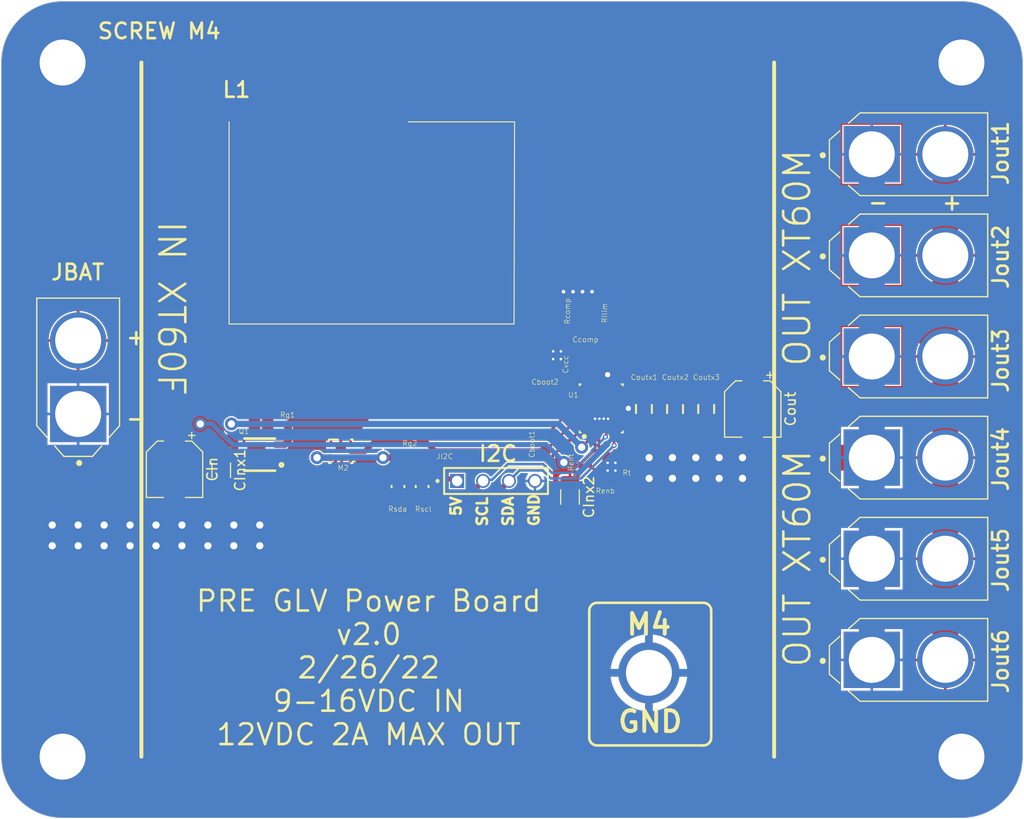
<source format=kicad_pcb>
(kicad_pcb (version 20211014) (generator pcbnew)
  (layers (0 "F.Cu" signal "Top Layer") (31 "B.Cu" signal "Bottom Layer") (34 "B.Paste" user "Bottom Paste") (35 "F.Paste" user "Top Paste") (36 "B.SilkS" user "Bottom Overlay") (37 "F.SilkS" user "Top Overlay") (38 "B.Mask" user "Bottom Solder") (39 "F.Mask" user "Top Solder") (44 "Edge.Cuts" user))
  (net 0 "")
  (net 1 "NetQ1_4")
  (net 2 "NetRilim_1")
  (net 3 "NetRg2_2")
  (net 4 "NetRg1_2")
  (net 5 "VCC")
  (net 6 "NetRt_2")
  (net 7 "NetRenb_2")
  (net 8 "NetM2_3")
  (net 9 "NetJI2C_03")
  (net 10 "NetJI2C_02")
  (net 11 "NetJI2C_01")
  (net 12 "NetCvcc_2")
  (net 13 "NetCout_1")
  (net 14 "NetCcomp_2")
  (net 15 "NetCcomp_1")
  (net 16 "NetCboot2_2")
  (net 17 "NetCboot2_1")
  (net 18 "NetCboot1_2")
  (net 19 "NetCboot1_1")
  (net 20 "GND")
  (footprint "TSW-104-26-F-S.PcbLib:SAMTEC_TSW-104-26-F-S" (layer "F.Cu") (at 143.129074 111.9936)
    (fp_text reference "JI2C")
    (fp_text value "TSW-104-26-F-S" hide)
  )
  (footprint "XT60-M.IntLib:AMASS_XT60-M" (layer "F.Cu") (at 187.325074 109.7076)
    (fp_text reference "Jout4")
    (fp_text value "XT60-M" hide)
  )
  (footprint "" (layer "F.Cu") (at 104.5011 71.0036)
    (fp_text reference "")
    (fp_text value "")
  )
  (footprint "SamacSys.PcbLib:RESC1608X55N" (layer "F.Cu") (at 138.415073 109.7076)
    (fp_text reference "Rg2")
    (fp_text value "RC0603FR-071RL" hide)
  )
  (footprint "SamacSys.PcbLib:PQ2614BLA100K" (layer "F.Cu") (at 134.777074 88.9436)
    (fp_text reference "L1")
    (fp_text value "PQ2614BLA-100K" hide)
  )
  (footprint "Capacitor_SMD:CP_Elec_5x5.9" (layer "F.Cu") (at 172.070426 104.9456 -90)
    (fp_text reference "Cout")
    (fp_text value "20SVF56M")
  )
  (footprint "Vault:FP-C2012-125-IPC_A" (layer "F.Cu") (at 164.465074 104.9526 -90)
    (fp_text reference "Coutx2")
    (fp_text value "C2012X7S1E106K125AC" hide)
  )
  (footprint "TPS55288QRPMRQ1.PcbLib:RPM0026A-MFG" (layer "F.Cu") (at 157.239574 104.888161 90)
    (fp_text reference "U1")
    (fp_text value "TPS55288QRPMRQ1" hide)
  )
  (footprint "XT60-M.IntLib:AMASS_XT60-M" (layer "F.Cu") (at 187.325074 79.9896)
    (fp_text reference "Jout1")
    (fp_text value "XT60-M" hide)
  )
  (footprint "XT60-M.IntLib:AMASS_XT60-M" (layer "F.Cu") (at 187.325074 99.8016)
    (fp_text reference "Jout3")
    (fp_text value "XT60-M" hide)
  )
  (footprint "XT60-M.IntLib:AMASS_XT60-M" (layer "F.Cu") (at 187.325074 119.6136)
    (fp_text reference "Jout5")
    (fp_text value "XT60-M" hide)
  )
  (footprint "Vault:RESC1005X40X25LL05T05" (layer "F.Cu") (at 155.067074 95.4836 -90)
    (fp_text reference "Rcomp")
    (fp_text value "CRCW040247K5FKTD" hide)
  )
  (footprint "" (layer "F.Cu") (at 104.5011 139.003602)
    (fp_text reference "")
    (fp_text value "")
  )
  (footprint "CSD16301Q2.PcbLib:DQK0006C" (layer "F.Cu") (at 131.740072 109.0876)
    (fp_text reference "M2")
    (fp_text value "CSD16301Q2" hide)
  )
  (footprint "Vault:FP-CRCW0805-e3-IPC_B" (layer "F.Cu") (at 137.338235 112.540962 -90)
    (fp_text reference "Rsda")
    (fp_text value "CRCW08054K70FKEA" hide)
  )
  (footprint "Vault:CAPC1005X55X25LL05T10" (layer "F.Cu") (at 155.575074 97.5156)
    (fp_text reference "Ccomp")
    (fp_text value "GRM155R71C472KA01D" hide)
  )
  (footprint "" (layer "F.Cu") (at 192.501099 139.003602)
    (fp_text reference "")
    (fp_text value "")
  )
  (footprint "SamacSys.PcbLib:Q3A" (layer "F.Cu") (at 123.799075 109.4126 180)
    (fp_text reference "Q1")
    (fp_text value "CSD17577Q3A" hide)
  )
  (footprint "XT60-M.IntLib:AMASS_XT60-M" (layer "F.Cu") (at 106.027086 101.8336 90)
    (fp_text reference "JBAT")
    (fp_text value "XT60-M" hide)
  )
  (footprint "CRCW0402634KFKED.PcbLib:RESC1005X40N" (layer "F.Cu") (at 155.639075 110.4066 180)
    (fp_text reference "Rent")
    (fp_text value "CRCW0402634KFKED" hide)
  )
  (footprint "" (layer "F.Cu") (at 192.501099 71.0036)
    (fp_text reference "")
    (fp_text value "")
  )
  (footprint "CRCW040221K0FKED.PcbLib:RESC1005X40N" (layer "F.Cu") (at 156.591074 95.4836 90)
    (fp_text reference "Rilim")
    (fp_text value "RMCF0402FT21K0" hide)
  )
  (footprint "Vault:RESC1005X40X25ML05T05" (layer "F.Cu") (at 159.639074 109.7076 90)
    (fp_text reference "Rt")
    (fp_text value "CRCW040266K5FKED" hide)
  )
  (footprint "Vault:FP-C2012-125-IPC_A" (layer "F.Cu") (at 161.417074 104.9456 -90)
    (fp_text reference "Coutx1")
    (fp_text value "C2012X7S1E106K125AC" hide)
  )
  (footprint "Capacitor_SMD:C_1206_3216Metric" (layer "F.Cu") (at 120.032816 110.9386 -90)
    (fp_text reference "CInx1")
    (fp_text value "GRM31CR71E475KA88L")
  )
  (footprint "XT60-M.IntLib:AMASS_XT60-M" (layer "F.Cu") (at 187.325074 129.5196)
    (fp_text reference "Jout6")
    (fp_text value "XT60-M" hide)
  )
  (footprint "Capacitor_SMD:C_1206_3216Metric" (layer "F.Cu") (at 154.178074 113.560854 -90)
    (fp_text reference "CInx2")
    (fp_text value "GRM31CR71E475KA88L")
  )
  (footprint "XT60-M.IntLib:AMASS_XT60-M" (layer "F.Cu") (at 187.325074 89.8956)
    (fp_text reference "Jout2")
    (fp_text value "XT60-M" hide)
  )
  (footprint "Vault:FP-CRCW0805-e3-IPC_B" (layer "F.Cu") (at 139.700709 112.540962 -90)
    (fp_text reference "Rscl")
    (fp_text value "CRCW08054K70FKEA" hide)
  )
  (footprint "" (layer "F.Cu") (at 161.907086 130.7896)
    (fp_text reference "")
    (fp_text value "")
  )
  (footprint "C1608X6S1C475K080AC.PcbLib:CAPC1608X90N" (layer "F.Cu") (at 154.813074 100.5636 -90)
    (fp_text reference "Cvcc")
    (fp_text value "C1608X6S1C475K080AC" hide)
  )
  (footprint "EMK107B7104KA-T.PcbLib:CAPC1608X90N" (layer "F.Cu") (at 151.765074 108.3106 90)
    (fp_text reference "Cboot1")
    (fp_text value "EMK107B7104KA-T" hide)
  )
  (footprint "Vault:RESC1005X40X25ML05T05" (layer "F.Cu") (at 157.480074 111.9936 180)
    (fp_text reference "Renb")
    (fp_text value "CRCW0402100KFKTD" hide)
  )
  (footprint "Capacitor_SMD:CP_Elec_5x5.9" (layer "F.Cu") (at 115.460816 110.8506 -90)
    (fp_text reference "CIn")
    (fp_text value "20SVF56M")
  )
  (footprint "Vault:FP-C2012-125-IPC_A" (layer "F.Cu") (at 167.513074 104.9456 -90)
    (fp_text reference "Coutx3")
    (fp_text value "C2012X7S1E106K125AC" hide)
  )
  (footprint "EMK107B7104KA-T.PcbLib:CAPC1608X90N" (layer "F.Cu") (at 151.765074 101.3256 180)
    (fp_text reference "Cboot2")
    (fp_text value "EMK107B7104KA-T" hide)
  )
  (footprint "SamacSys.PcbLib:RESC1608X55N" (layer "F.Cu") (at 123.937073 106.4056 180)
    (fp_text reference "Rg1")
    (fp_text value "RC0603FR-071RL" hide)
  )
  (gr_poly (pts (xy 158.838573 102.73816) (xy 158.788576 102.68816) (xy 158.663575 102.68816) (xy 158.613572 102.73816) (xy 158.613575 103.338161) (xy 158.663575 103.388161) (xy 159.138575 103.388161) (xy 159.188575 103.338161) (xy 159.188575 103.088162) (xy 159.138575 103.038162) (xy 158.838576 103.038162)) (layer "F.Cu") (width 0) (fill solid))
  (gr_poly (pts (xy 155.814573 102.688163) (xy 155.814573 102.68816) (xy 155.689575 102.68816) (xy 155.639575 102.73816) (xy 155.639575 103.063161) (xy 155.339576 103.063161) (xy 155.289573 103.113161) (xy 155.289576 103.41316) (xy 155.339576 103.463162) (xy 155.814573 103.46316) (xy 155.864576 103.41316) (xy 155.864576 102.73816)) (layer "F.Cu") (width 0) (fill solid))
  (gr_poly (pts (xy 158.838573 107.038162) (xy 158.788576 107.088161) (xy 158.663575 107.088161) (xy 158.613575 107.038162) (xy 158.613575 106.43816) (xy 158.663575 106.38816) (xy 159.138575 106.38816) (xy 159.188575 106.43816) (xy 159.188575 106.68816) (xy 159.138575 106.73816) (xy 158.838576 106.73816)) (layer "F.Cu") (width 0) (fill solid))
  (gr_poly (pts (xy 155.864573 107.038162) (xy 155.814573 107.088161) (xy 155.689575 107.088161) (xy 155.639575 107.038162) (xy 155.639575 106.713161) (xy 155.339576 106.713161) (xy 155.289573 106.663161) (xy 155.289576 106.363162) (xy 155.339576 106.313162) (xy 155.814573 106.313162) (xy 155.864573 106.363162)) (layer "F.Cu") (width 0) (fill solid))
  (gr_arc (start 167.241086 123.9316) (mid 167.779901 124.154785) (end 168.003086 124.6936) (layer "F.SilkS") (width 0.254))
  (gr_line (start 174.165682 71.0036) (end 174.165687 139.003602) (layer "F.SilkS") (width 0.381))
  (gr_arc (start 156.065086 124.6936) (mid 156.288271 124.154785) (end 156.827086 123.9316) (layer "F.SilkS") (width 0.254))
  (gr_line (start 156.827086 123.9316) (end 167.241086 123.9316) (layer "F.SilkS") (width 0.254))
  (gr_line (start 112.218232 139.003602) (end 112.218237 71.0036) (layer "F.SilkS") (width 0.381))
  (gr_arc (start 168.003086 137.1396) (mid 167.779901 137.678415) (end 167.241086 137.9016) (layer "F.SilkS") (width 0.254))
  (gr_arc (start 156.827086 137.9016) (mid 156.288271 137.678415) (end 156.065086 137.1396) (layer "F.SilkS") (width 0.254))
  (gr_line (start 156.065086 137.1396) (end 156.065086 124.6936) (layer "F.SilkS") (width 0.254))
  (gr_line (start 168.003086 137.1396) (end 168.003086 124.6936) (layer "F.SilkS") (width 0.254))
  (gr_line (start 156.827086 137.9016) (end 167.241086 137.9016) (layer "F.SilkS") (width 0.254))
  (gr_line (start 198.501099 71.0036) (end 198.5011 71.0036) (layer "Edge.Cuts") (width 0.05))
  (gr_arc (start 104.5011 145.0036) (mid 100.258459 143.246241) (end 98.5011 139.0036) (layer "Edge.Cuts") (width 0.05))
  (gr_line (start 192.501099 145.0036) (end 104.5011 145.0036) (layer "Edge.Cuts") (width 0.05))
  (gr_line (start 98.5011 139.0036) (end 98.501099 139.0036) (layer "Edge.Cuts") (width 0.05))
  (gr_arc (start 192.501099 65.0036) (mid 196.74374 66.760959) (end 198.501099 71.0036) (layer "Edge.Cuts") (width 0.05))
  (gr_line (start 98.501099 139.0036) (end 98.5011 71.0036) (layer "Edge.Cuts") (width 0.05))
  (gr_arc (start 98.5011 71.0036) (mid 100.258459 66.760959) (end 104.5011 65.0036) (layer "Edge.Cuts") (width 0.05))
  (gr_arc (start 198.501099 139.0036) (mid 196.74374 143.246241) (end 192.501099 145.0036) (layer "Edge.Cuts") (width 0.05))
  (gr_line (start 198.5011 71.0036) (end 198.501099 139.0036) (layer "Edge.Cuts") (width 0.05))
  (gr_line (start 104.5011 65.0036) (end 192.501099 65.0036) (layer "Edge.Cuts") (width 0.05))
  (gr_text "-" (at 183.243086 85.577354) (layer "F.SilkS") (effects (font (size 1.524 1.524) (thickness 0.254)) (justify left bottom)))
  (gr_text "I2C" (at 145.111074 110.2196) (layer "F.SilkS") (effects (font (size 1.524 1.524) (thickness 0.254)) (justify left bottom)))
  (gr_text "-" (at 110.599086 106.743928) (layer "F.SilkS") (effects (font (size 1.524 1.524) (thickness 0.254)) (justify left bottom)))
  (gr_text "IN XT60F" (at 113.647086 86.3396 270) (layer "F.SilkS") (effects (font (size 2.54 2.54) (thickness 0.254)) (justify left bottom)))
  (gr_text "5V" (at 143.619086 115.5496 90) (layer "F.SilkS") (effects (font (size 1.016 1.016) (thickness 0.254)) (justify left bottom)))
  (gr_text "SCL" (at 146.186325 116.5656 90) (layer "F.SilkS") (effects (font (size 1.016 1.016) (thickness 0.254)) (justify left bottom)))
  (gr_text "SCREW M4" (at 107.805086 68.8136) (layer "F.SilkS") (effects (font (size 1.524 1.524) (thickness 0.254)) (justify left bottom)))
  (gr_text "+" (at 110.599086 98.78209) (layer "F.SilkS") (effects (font (size 1.524 1.524) (thickness 0.254)) (justify left bottom)))
  (gr_text "PRE GLV Power Board\nv2.0\n2/26/22\n9-16VDC IN\n12VDC 2A MAX OUT" (at 134.475086 138.0286) (layer "F.SilkS") (effects (font (size 2.032 2.032) (thickness 0.254)) (justify bottom)))
  (gr_text "OUT XT60M" (at 177.927074 130.4116 90) (layer "F.SilkS") (effects (font (size 2.54 2.54) (thickness 0.254)) (justify left bottom)))
  (gr_text "SDA" (at 148.711735 116.565597 90) (layer "F.SilkS") (effects (font (size 1.016 1.016) (thickness 0.254)) (justify left bottom)))
  (gr_text "M4" (at 161.907086 127.2336) (layer "F.SilkS") (effects (font (size 2.032 2.032) (thickness 0.381)) (justify bottom)))
  (gr_text "OUT XT60M" (at 177.909086 100.9476 90) (layer "F.SilkS") (effects (font (size 2.54 2.54) (thickness 0.254)) (justify left bottom)))
  (gr_text "GND" (at 162.034086 136.7586) (layer "F.SilkS") (effects (font (size 2.032 2.032) (thickness 0.381)) (justify bottom)))
  (gr_text "GND" (at 151.24646 116.565597 90) (layer "F.SilkS") (effects (font (size 1.016 1.016) (thickness 0.254)) (justify left bottom)))
  (gr_text "+" (at 190.473762 85.59552) (layer "F.SilkS") (effects (font (size 1.524 1.524) (thickness 0.254)) (justify left bottom)))
  (segment (start 124.587074 106.4056) (end 126.247099 106.4056) (width 0.635) (layer "F.Cu") (net 1))
  (segment (start 126.247099 106.4056) (end 126.619074 106.777575) (width 0.635) (layer "F.Cu") (net 1))
  (segment (start 125.349074 108.4376) (end 126.247099 108.4376) (width 0.635) (layer "F.Cu") (net 1))
  (segment (start 126.619074 108.065625) (end 126.619074 106.777575) (width 0.635) (layer "F.Cu") (net 1))
  (segment (start 126.247099 108.4376) (end 126.619074 108.065625) (width 0.635) (layer "F.Cu") (net 1))
  (segment (start 156.739575 103.050661) (end 156.739575 96.0566) (width 0.254) (layer "F.Cu") (net 2))
  (segment (start 156.591074 95.9286) (end 156.611575 95.9286) (width 0.254) (layer "F.Cu") (net 2))
  (segment (start 156.611575 95.9286) (end 156.739575 96.0566) (width 0.254) (layer "F.Cu") (net 2))
  (segment (start 139.827074 109.7076) (end 139.897074 109.7776) (width 0.254) (layer "F.Cu") (net 3))
  (segment (start 139.897074 109.7776) (end 152.335284 109.7776) (width 0.254) (layer "F.Cu") (net 3))
  (segment (start 152.484075 109.628809) (end 152.484075 109.520798) (width 0.254) (layer "F.Cu") (net 3))
  (segment (start 152.335284 109.7776) (end 152.484075 109.628809) (width 0.254) (layer "F.Cu") (net 3))
  (segment (start 154.194028 108.039958) (end 155.684886 106.5491) (width 0.254) (layer "F.Cu") (net 3))
  (segment (start 139.065074 109.7076) (end 139.827074 109.7076) (width 0.254) (layer "F.Cu") (net 3))
  (segment (start 152.484075 109.520798) (end 153.964915 108.039958) (width 0.254) (layer "F.Cu") (net 3))
  (segment (start 153.964915 108.039958) (end 154.194028 108.039958) (width 0.254) (layer "F.Cu") (net 3))
  (segment (start 155.321074 108.6916) (end 156.239574 107.7731) (width 0.254) (layer "F.Cu") (net 4))
  (segment (start 123.287072 106.4056) (end 123.317074 106.4056) (width 0.635) (layer "F.Cu") (net 4))
  (segment (start 121.031074 106.4056) (end 123.287072 106.4056) (width 0.635) (layer "F.Cu") (net 4))
  (segment (start 156.239574 107.7731) (end 156.239574 106.78816) (width 0.254) (layer "F.Cu") (net 4))
  (via (at 121.031074 106.4056) (size 1.27) (drill 0.7112) (layers "F.Cu" "B.Cu") (net 4))
  (via (at 155.321074 108.6916) (size 1.27) (drill 0.7112) (layers "F.Cu" "B.Cu") (net 4))
  (segment (start 153.035074 106.4056) (end 155.321074 108.6916) (width 0.635) (layer "B.Cu") (net 4))
  (segment (start 155.448074 108.5646) (end 155.575074 108.6916) (width 0.635) (layer "B.Cu") (net 4))
  (segment (start 121.031074 106.4056) (end 153.035074 106.4056) (width 0.635) (layer "B.Cu") (net 4))
  (segment (start 156.634262 108.921414) (end 156.634262 107.25476) (width 0.254) (layer "F.Cu") (net 5))
  (segment (start 156.634262 107.25476) (end 156.737576 107.151446) (width 0.254) (layer "F.Cu") (net 5))
  (segment (start 155.194074 111.295544) (end 155.194074 110.4066) (width 0.254) (layer "F.Cu") (net 5))
  (segment (start 115.460816 108.6506) (end 119.014815 108.6506) (width 1.27) (layer "F.Cu") (net 5))
  (segment (start 154.413766 112.075853) (end 155.194074 111.295544) (width 0.254) (layer "F.Cu") (net 5))
  (segment (start 156.737576 107.151446) (end 156.737576 106.727659) (width 0.254) (layer "F.Cu") (net 5))
  (segment (start 119.014815 108.6506) (end 119.817815 109.4536) (width 1.27) (layer "F.Cu") (net 5))
  (segment (start 156.737576 106.727659) (end 156.739575 106.72566) (width 0.254) (layer "F.Cu") (net 5))
  (segment (start 119.817815 109.4536) (end 120.032816 109.4536) (width 1.27) (layer "F.Cu") (net 5))
  (segment (start 154.178074 112.075853) (end 154.413766 112.075853) (width 0.254) (layer "F.Cu") (net 5))
  (segment (start 155.194074 110.4066) (end 155.194074 110.361602) (width 0.254) (layer "F.Cu") (net 5))
  (segment (start 155.194074 110.361602) (end 156.634262 108.921414) (width 0.254) (layer "F.Cu") (net 5))
  (via (at 153.578576 110.175478) (size 1.27) (drill 0.7112) (layers "F.Cu" "B.Cu") (net 5))
  (via (at 117.983074 106.4056) (size 1.27) (drill 0.7112) (layers "F.Cu" "B.Cu") (net 5))
  (segment (start 121.169817 108.4376) (end 151.840698 108.4376) (width 0.508) (layer "B.Cu") (net 5))
  (segment (start 151.840698 108.4376) (end 153.578576 110.175478) (width 0.508) (layer "B.Cu") (net 5))
  (segment (start 117.983074 106.4056) (end 119.137817 106.4056) (width 0.508) (layer "B.Cu") (net 5))
  (segment (start 119.137817 106.4056) (end 121.169817 108.4376) (width 0.508) (layer "B.Cu") (net 5))
  (segment (start 158.877074 106.01316) (end 158.879073 106.015159) (width 0.254) (layer "F.Cu") (net 6))
  (segment (start 159.639074 109.207598) (end 159.639074 106.52945) (width 0.254) (layer "F.Cu") (net 6))
  (segment (start 159.124783 106.015159) (end 159.639074 106.52945) (width 0.254) (layer "F.Cu") (net 6))
  (segment (start 158.879073 106.015159) (end 159.124783 106.015159) (width 0.254) (layer "F.Cu") (net 6))
  (segment (start 157.015262 107.412575) (end 157.237575 107.190262) (width 0.254) (layer "F.Cu") (net 7))
  (segment (start 156.084075 110.4516) (end 156.212076 110.5796) (width 0.254) (layer "F.Cu") (net 7))
  (segment (start 156.084075 110.361602) (end 157.015262 109.430415) (width 0.254) (layer "F.Cu") (net 7))
  (segment (start 156.212076 110.5796) (end 156.257074 110.5796) (width 0.254) (layer "F.Cu") (net 7))
  (segment (start 157.237575 107.190262) (end 157.237575 106.727659) (width 0.254) (layer "F.Cu") (net 7))
  (segment (start 156.257074 110.5796) (end 156.980073 111.302598) (width 0.254) (layer "F.Cu") (net 7))
  (segment (start 156.084075 110.4516) (end 156.084075 110.4066) (width 0.254) (layer "F.Cu") (net 7))
  (segment (start 157.237575 106.727659) (end 157.239574 106.72566) (width 0.254) (layer "F.Cu") (net 7))
  (segment (start 156.980073 111.9936) (end 156.980073 111.302598) (width 0.254) (layer "F.Cu") (net 7))
  (segment (start 157.015262 109.430415) (end 157.015262 107.412575) (width 0.254) (layer "F.Cu") (net 7))
  (segment (start 156.084075 110.4066) (end 156.084075 110.361602) (width 0.254) (layer "F.Cu") (net 7))
  (segment (start 129.413074 109.7076) (end 130.735073 109.7076) (width 0.635) (layer "F.Cu") (net 8))
  (segment (start 135.875073 109.7076) (end 137.765072 109.7076) (width 0.635) (layer "F.Cu") (net 8))
  (segment (start 130.735073 109.7076) (end 130.765073 109.7376) (width 0.635) (layer "F.Cu") (net 8))
  (via (at 135.875073 109.7076) (size 1.27) (drill 0.7112) (layers "F.Cu" "B.Cu") (net 8))
  (via (at 129.413074 109.7076) (size 1.27) (drill 0.7112) (layers "F.Cu" "B.Cu") (net 8))
  (segment (start 129.413074 109.7076) (end 135.875073 109.7076) (width 0.635) (layer "B.Cu") (net 8))
  (segment (start 129.159074 109.7076) (end 129.413074 109.7076) (width 0.635) (layer "B.Cu") (net 8))
  (segment (start 158.239575 106.78816) (end 158.241574 106.790159) (width 0.254) (layer "F.Cu") (net 9))
  (segment (start 158.241574 107.368887) (end 158.241574 106.790159) (width 0.254) (layer "F.Cu") (net 9))
  (segment (start 137.539093 113.491819) (end 138.423346 114.376072) (width 0.508) (layer "F.Cu") (net 9))
  (segment (start 138.423346 114.376072) (end 145.826603 114.376072) (width 0.508) (layer "F.Cu") (net 9))
  (segment (start 137.338235 113.491819) (end 137.539093 113.491819) (width 0.508) (layer "F.Cu") (net 9))
  (segment (start 145.826603 114.376072) (end 148.209074 111.9936) (width 0.508) (layer "F.Cu") (net 9))
  (segment (start 158.241574 107.368887) (end 158.496074 107.623388) (width 0.254) (layer "F.Cu") (net 9))
  (segment (start 158.496074 108.513386) (end 158.496074 107.623388) (width 0.254) (layer "F.Cu") (net 9))
  (via (at 158.496074 108.513386) (size 0.508) (drill 0.254) (layers "F.Cu" "B.Cu") (net 9))
  (segment (start 151.507071 110.9566) (end 152.290072 111.7396) (width 0.254) (layer "B.Cu") (net 9))
  (segment (start 148.209074 111.9936) (end 149.246075 110.9566) (width 0.254) (layer "B.Cu") (net 9))
  (segment (start 149.246075 110.9566) (end 151.507071 110.9566) (width 0.254) (layer "B.Cu") (net 9))
  (segment (start 152.290072 111.7396) (end 155.26986 111.7396) (width 0.254) (layer "B.Cu") (net 9))
  (segment (start 155.26986 111.7396) (end 158.496074 108.513386) (width 0.254) (layer "B.Cu") (net 9))
  (segment (start 157.650262 107.6756) (end 157.650262 107.606868) (width 0.254) (layer "F.Cu") (net 10))
  (segment (start 157.650262 107.606868) (end 157.739573 107.517556) (width 0.254) (layer "F.Cu") (net 10))
  (segment (start 157.739573 107.517556) (end 157.739573 106.72566) (width 0.254) (layer "F.Cu") (net 10))
  (segment (start 144.170855 113.491819) (end 145.669074 111.9936) (width 0.508) (layer "F.Cu") (net 10))
  (segment (start 139.700709 113.491819) (end 144.170855 113.491819) (width 0.508) (layer "F.Cu") (net 10))
  (via (at 157.650262 107.6756) (size 0.508) (drill 0.254) (layers "F.Cu" "B.Cu") (net 10))
  (segment (start 151.556888 110.3426) (end 152.405766 111.191478) (width 0.254) (layer "B.Cu") (net 10))
  (segment (start 145.788759 111.873915) (end 146.548938 111.873915) (width 0.254) (layer "B.Cu") (net 10))
  (segment (start 152.405766 111.191478) (end 154.261384 111.191478) (width 0.254) (layer "B.Cu") (net 10))
  (segment (start 156.337074 109.115788) (end 156.337074 108.988788) (width 0.254) (layer "B.Cu") (net 10))
  (segment (start 146.548938 111.873915) (end 148.080253 110.3426) (width 0.254) (layer "B.Cu") (net 10))
  (segment (start 148.080253 110.3426) (end 151.556888 110.3426) (width 0.254) (layer "B.Cu") (net 10))
  (segment (start 145.669074 111.9936) (end 145.788759 111.873915) (width 0.254) (layer "B.Cu") (net 10))
  (segment (start 154.261384 111.191478) (end 156.337074 109.115788) (width 0.254) (layer "B.Cu") (net 10))
  (segment (start 156.337074 108.988788) (end 157.650262 107.6756) (width 0.254) (layer "B.Cu") (net 10))
  (segment (start 137.338235 111.590106) (end 139.700709 111.590106) (width 0.508) (layer "F.Cu") (net 11))
  (segment (start 137.338235 111.590106) (end 137.539982 111.791853) (width 0.508) (layer "F.Cu") (net 11))
  (segment (start 139.700709 111.590106) (end 139.902456 111.791853) (width 0.508) (layer "F.Cu") (net 11))
  (segment (start 142.927327 111.791853) (end 143.129074 111.9936) (width 0.508) (layer "F.Cu") (net 11))
  (segment (start 139.902456 111.791853) (end 142.927327 111.791853) (width 0.508) (layer "F.Cu") (net 11))
  (segment (start 154.813074 102.411661) (end 154.813074 101.2726) (width 0.254) (layer "F.Cu") (net 12))
  (segment (start 155.61753 103.194926) (end 155.64895 103.226345) (width 0.254) (layer "F.Cu") (net 12))
  (segment (start 155.64895 103.247537) (end 155.64895 103.226345) (width 0.254) (layer "F.Cu") (net 12))
  (segment (start 154.813074 102.411661) (end 155.64895 103.247537) (width 0.254) (layer "F.Cu") (net 12))
  (segment (start 158.877074 103.076661) (end 158.901075 103.100661) (width 0.254) (layer "F.Cu") (net 13))
  (segment (start 190.925075 129.5196) (end 190.925075 119.6136) (width 2.54) (layer "F.Cu") (net 13))
  (segment (start 158.899076 103.763162) (end 161.409635 103.763162) (width 0.635) (layer "F.Cu") (net 13))
  (segment (start 158.877074 103.763162) (end 158.877074 103.076661) (width 0.635) (layer "F.Cu") (net 13))
  (segment (start 190.925075 119.6136) (end 190.925075 109.7076) (width 2.54) (layer "F.Cu") (net 13))
  (segment (start 190.925075 99.8016) (end 190.925075 89.8956) (width 2.54) (layer "F.Cu") (net 13))
  (segment (start 190.925075 99.8016) (end 190.925075 99.251827) (width 2.54) (layer "F.Cu") (net 13))
  (segment (start 161.409635 103.763162) (end 161.417074 103.7706) (width 0.635) (layer "F.Cu") (net 13))
  (segment (start 186.648848 94.9756) (end 190.925075 99.251827) (width 2.54) (layer "F.Cu") (net 13))
  (segment (start 158.877074 104.263161) (end 158.877074 103.763162) (width 0.635) (layer "F.Cu") (net 13))
  (segment (start 167.513074 103.7706) (end 171.745423 103.7706) (width 1.27) (layer "F.Cu") (net 13))
  (segment (start 161.417074 103.7706) (end 167.513074 103.7706) (width 1.27) (layer "F.Cu") (net 13))
  (segment (start 172.504845 102.5156) (end 180.044845 94.9756) (width 2.54) (layer "F.Cu") (net 13))
  (segment (start 158.901075 103.761163) (end 158.901075 103.100661) (width 0.254) (layer "F.Cu") (net 13))
  (segment (start 190.925075 89.8956) (end 190.925075 79.9896) (width 2.54) (layer "F.Cu") (net 13))
  (segment (start 190.925075 109.7076) (end 190.925075 100.272861) (width 2.54) (layer "F.Cu") (net 13))
  (segment (start 171.745423 103.7706) (end 172.070426 103.445598) (width 1.27) (layer "F.Cu") (net 13))
  (segment (start 172.070426 103.445598) (end 172.070426 102.7456) (width 1.27) (layer "F.Cu") (net 13))
  (segment (start 158.899076 103.763162) (end 158.901075 103.761163) (width 0.254) (layer "F.Cu") (net 13))
  (segment (start 158.838576 103.038162) (end 158.877074 103.076661) (width 0.254) (layer "F.Cu") (net 13))
  (segment (start 157.239574 104.263161) (end 158.877074 104.263161) (width 0.254) (layer "F.Cu") (net 13))
  (segment (start 180.044845 94.9756) (end 186.648848 94.9756) (width 2.54) (layer "F.Cu") (net 13))
  (segment (start 156.239574 102.988162) (end 156.239574 100.370131) (width 0.254) (layer "F.Cu") (net 14))
  (segment (start 155.965076 100.095633) (end 156.239574 100.370131) (width 0.254) (layer "F.Cu") (net 14))
  (segment (start 155.965076 100.095633) (end 155.965076 97.5156) (width 0.254) (layer "F.Cu") (net 14))
  (segment (start 155.126073 97.456598) (end 155.185075 97.5156) (width 0.254) (layer "F.Cu") (net 15))
  (segment (start 155.126073 97.456598) (end 155.126073 95.9426) (width 0.254) (layer "F.Cu") (net 15))
  (segment (start 155.067074 95.883602) (end 155.126073 95.9426) (width 0.254) (layer "F.Cu") (net 15))
  (segment (start 139.827074 101.0716) (end 150.773075 101.0716) (width 1.27) (layer "F.Cu") (net 16))
  (segment (start 150.783075 101.0716) (end 154.349636 104.638161) (width 0.254) (layer "F.Cu") (net 16))
  (segment (start 156.460074 104.827661) (end 157.179074 104.827661) (width 0.254) (layer "F.Cu") (net 16))
  (segment (start 155.589575 104.638161) (end 156.270575 104.638161) (width 0.254) (layer "F.Cu") (net 16))
  (segment (start 154.349636 104.638161) (end 155.589575 104.638161) (width 0.254) (layer "F.Cu") (net 16))
  (segment (start 156.270575 104.638161) (end 156.460074 104.827661) (width 0.254) (layer "F.Cu") (net 16))
  (segment (start 150.773075 101.0716) (end 150.783075 101.0716) (width 0.254) (layer "F.Cu") (net 16))
  (segment (start 157.179074 104.827661) (end 157.239574 104.888161) (width 0.254) (layer "F.Cu") (net 16))
  (segment (start 152.513074 101.3256) (end 155.023635 103.836161) (width 0.254) (layer "F.Cu") (net 17))
  (segment (start 152.503074 101.3256) (end 152.513074 101.3256) (width 0.254) (layer "F.Cu") (net 17))
  (segment (start 155.023635 103.836161) (end 155.625074 103.836161) (width 0.254) (layer "F.Cu") (net 17))
  (segment (start 155.625074 103.836161) (end 155.627073 103.83816) (width 0.254) (layer "F.Cu") (net 17))
  (segment (start 154.189514 105.13816) (end 155.589575 105.13816) (width 0.254) (layer "F.Cu") (net 18))
  (segment (start 151.765074 107.5726) (end 151.765074 107.5626) (width 0.254) (layer "F.Cu") (net 18))
  (segment (start 151.765074 107.5626) (end 154.189514 105.13816) (width 0.254) (layer "F.Cu") (net 18))
  (segment (start 140.081074 108.1836) (end 140.946074 109.0486) (width 0.508) (layer "F.Cu") (net 19))
  (segment (start 134.097073 109.0876) (end 135.001074 108.1836) (width 0.508) (layer "F.Cu") (net 19))
  (segment (start 130.765073 109.0876) (end 132.715074 109.0876) (width 0.254) (layer "F.Cu") (net 19))
  (segment (start 154.865513 105.938161) (end 155.627073 105.938161) (width 0.254) (layer "F.Cu") (net 19))
  (segment (start 140.946074 109.0486) (end 151.765074 109.0486) (width 0.508) (layer "F.Cu") (net 19))
  (segment (start 151.765074 109.0386) (end 154.865513 105.938161) (width 0.254) (layer "F.Cu") (net 19))
  (segment (start 132.715074 109.0876) (end 134.097073 109.0876) (width 0.508) (layer "F.Cu") (net 19))
  (segment (start 135.001074 108.1836) (end 140.081074 108.1836) (width 0.508) (layer "F.Cu") (net 19))
  (segment (start 130.765073 108.4376) (end 132.715074 108.4376) (width 0.254) (layer "F.Cu") (net 19))
  (segment (start 151.765074 109.0486) (end 151.765074 109.0386) (width 0.254) (layer "F.Cu") (net 19))
  (segment (start 158.877074 105.013162) (end 159.761512 105.013162) (width 0.254) (layer "F.Cu") (net 20))
  (segment (start 174.872425 109.7076) (end 183.725074 109.7076) (width 2.54) (layer "F.Cu") (net 20))
  (segment (start 157.739573 103.050661) (end 157.739573 101.701101) (width 0.254) (layer "F.Cu") (net 20))
  (segment (start 154.612074 100.0556) (end 154.813074 99.8546) (width 0.254) (layer "F.Cu") (net 20))
  (segment (start 157.056743 105.8976) (end 157.056743 105.573661) (width 0.254) (layer "F.Cu") (net 20))
  (segment (start 159.948644 106.120602) (end 160.216993 106.120602) (width 0.508) (layer "F.Cu") (net 20))
  (segment (start 158.877074 105.50516) (end 158.877074 105.013162) (width 0.254) (layer "F.Cu") (net 20))
  (segment (start 156.654074 105.573661) (end 156.714574 105.513161) (width 0.254) (layer "F.Cu") (net 20))
  (segment (start 157.764575 105.513161) (end 158.877074 105.513161) (width 0.254) (layer "F.Cu") (net 20))
  (segment (start 154.461073 95.500786) (end 154.684258 95.2776) (width 0.508) (layer "F.Cu") (net 20))
  (segment (start 156.714574 105.513161) (end 157.117243 105.513161) (width 0.254) (layer "F.Cu") (net 20))
  (segment (start 157.117243 105.513161) (end 157.125244 105.50516) (width 0.508) (layer "F.Cu") (net 20))
  (segment (start 154.461073 97.870413) (end 154.461073 95.500786) (width 0.508) (layer "F.Cu") (net 20))
  (segment (start 154.684258 95.2776) (end 154.873074 95.2776) (width 0.508) (layer "F.Cu") (net 20))
  (segment (start 157.419574 105.513161) (end 157.764575 105.513161) (width 0.254) (layer "F.Cu") (net 20))
  (segment (start 157.825075 105.784903) (end 157.825075 105.573661) (width 0.254) (layer "F.Cu") (net 20))
  (segment (start 157.117243 105.513161) (end 157.239574 105.513161) (width 0.254) (layer "F.Cu") (net 20))
  (segment (start 171.840427 106.915602) (end 172.070426 107.1456) (width 2.54) (layer "F.Cu") (net 20))
  (segment (start 172.310426 107.1456) (end 174.872425 109.7076) (width 2.54) (layer "F.Cu") (net 20))
  (segment (start 119.817815 112.423602) (end 120.032816 112.423602) (width 1.27) (layer "F.Cu") (net 20))
  (segment (start 115.625817 113.9156) (end 116.325816 113.9156) (width 1.27) (layer "F.Cu") (net 20))
  (segment (start 159.648015 105.819973) (end 159.648015 105.807783) (width 0.508) (layer "F.Cu") (net 20))
  (segment (start 157.739573 101.701101) (end 157.861074 101.5796) (width 0.254) (layer "F.Cu") (net 20))
  (segment (start 118.430818 114.0256) (end 119.757815 112.698602) (width 1.27) (layer "F.Cu") (net 20))
  (segment (start 155.067074 95.0836) (end 155.089574 95.061101) (width 0.254) (layer "F.Cu") (net 20))
  (segment (start 154.873074 95.2776) (end 155.067074 95.0836) (width 0.508) (layer "F.Cu") (net 20))
  (segment (start 156.568572 95.061101) (end 156.591074 95.0386) (width 0.254) (layer "F.Cu") (net 20))
  (segment (start 157.125244 105.50516) (end 158.877074 105.50516) (width 0.508) (layer "F.Cu") (net 20))
  (segment (start 161.117075 106.120602) (end 161.417074 106.120602) (width 0.508) (layer "F.Cu") (net 20))
  (segment (start 115.460816 113.7506) (end 115.460816 113.0506) (width 1.27) (layer "F.Cu") (net 20))
  (segment (start 159.893074 104.8966) (end 161.117075 106.120602) (width 0.508) (layer "F.Cu") (net 20))
  (segment (start 154.461073 97.870413) (end 154.813074 98.222413) (width 0.508) (layer "F.Cu") (net 20))
  (segment (start 159.345392 105.50516) (end 159.353393 105.513161) (width 0.508) (layer "F.Cu") (net 20))
  (segment (start 157.764575 105.513161) (end 157.825075 105.573661) (width 0.254) (layer "F.Cu") (net 20))
  (segment (start 131.835074 109.737602) (end 131.835076 109.7376) (width 0.254) (layer "F.Cu") (net 20))
  (segment (start 116.325816 113.9156) (end 116.435816 114.0256) (width 1.27) (layer "F.Cu") (net 20))
  (segment (start 119.757815 112.698602) (end 119.757815 112.483602) (width 1.27) (layer "F.Cu") (net 20))
  (segment (start 154.813074 99.8546) (end 154.813074 99.8146) (width 0.254) (layer "F.Cu") (net 20))
  (segment (start 157.480074 105.8976) (end 157.480074 105.573661) (width 0.254) (layer "F.Cu") (net 20))
  (segment (start 116.435816 114.0256) (end 118.430818 114.0256) (width 1.27) (layer "F.Cu") (net 20))
  (segment (start 115.460816 113.7506) (end 115.625817 113.9156) (width 1.27) (layer "F.Cu") (net 20))
  (segment (start 119.757815 112.483602) (end 119.817815 112.423602) (width 1.27) (layer "F.Cu") (net 20))
  (segment (start 158.877074 105.513161) (end 158.877074 105.50516) (width 0.254) (layer "F.Cu") (net 20))
  (segment (start 156.633411 105.8976) (end 156.654074 105.876937) (width 0.254) (layer "F.Cu") (net 20))
  (segment (start 155.089574 95.061101) (end 156.568572 95.061101) (width 0.254) (layer "F.Cu") (net 20))
  (segment (start 158.793262 106.73816) (end 158.793262 106.5491) (width 0.254) (layer "F.Cu") (net 20))
  (segment (start 159.648015 105.819973) (end 159.948644 106.120602) (width 0.508) (layer "F.Cu") (net 20))
  (segment (start 160.216993 106.120602) (end 161.117075 106.120602) (width 0.508) (layer "F.Cu") (net 20))
  (segment (start 158.877074 105.50516) (end 159.345392 105.50516) (width 0.508) (layer "F.Cu") (net 20))
  (segment (start 157.239574 105.513161) (end 157.419574 105.513161) (width 0.254) (layer "F.Cu") (net 20))
  (segment (start 157.056743 105.573661) (end 157.117243 105.513161) (width 0.254) (layer "F.Cu") (net 20))
  (segment (start 159.761512 105.013162) (end 159.893074 104.8816) (width 0.254) (layer "F.Cu") (net 20))
  (segment (start 157.825075 105.784903) (end 157.903406 105.863234) (width 0.254) (layer "F.Cu") (net 20))
  (segment (start 159.568074 110.136598) (end 159.639074 110.2076) (width 0.508) (layer "F.Cu") (net 20))
  (segment (start 158.877074 105.513161) (end 159.353393 105.513161) (width 0.254) (layer "F.Cu") (net 20))
  (segment (start 159.353393 105.513161) (end 159.609552 105.513161) (width 0.254) (layer "F.Cu") (net 20))
  (segment (start 157.419574 105.513161) (end 157.480074 105.573661) (width 0.254) (layer "F.Cu") (net 20))
  (segment (start 171.905425 106.4056) (end 172.070426 106.5706) (width 1.27) (layer "F.Cu") (net 20))
  (segment (start 157.903406 105.8976) (end 157.903406 105.863234) (width 0.254) (layer "F.Cu") (net 20))
  (segment (start 154.813074 99.8146) (end 154.813074 98.222413) (width 0.508) (layer "F.Cu") (net 20))
  (segment (start 159.353393 105.513161) (end 159.648015 105.807783) (width 0.508) (layer "F.Cu") (net 20))
  (segment (start 154.178074 115.045854) (end 154.513075 115.045854) (width 0.635) (layer "F.Cu") (net 20))
  (segment (start 159.609552 105.513161) (end 160.216993 106.120602) (width 0.254) (layer "F.Cu") (net 20))
  (segment (start 131.835076 109.7376) (end 132.715074 109.7376) (width 0.254) (layer "F.Cu") (net 20))
  (segment (start 172.070426 107.1456) (end 172.070426 106.5706) (width 1.27) (layer "F.Cu") (net 20))
  (segment (start 159.893074 104.8966) (end 159.893074 104.8816) (width 0.508) (layer "F.Cu") (net 20))
  (segment (start 156.654074 105.876937) (end 156.654074 105.573661) (width 0.254) (layer "F.Cu") (net 20))
  (via (at 157.056743 105.8976) (size 0.381) (drill 0.254) (layers "F.Cu" "B.Cu") (net 20))
  (via (at 158.623074 110.2156) (size 0.508) (drill 0.254) (layers "F.Cu" "B.Cu") (net 20))
  (via (at 164.211074 111.7396) (size 1.27) (drill 0.7112) (layers "F.Cu" "B.Cu") (net 20))
  (via (at 164.211074 109.7076) (size 1.27) (drill 0.7112) (layers "F.Cu" "B.Cu") (net 20))
  (via (at 108.567086 118.3436) (size 1.27) (drill 0.7112) (layers "F.Cu" "B.Cu") (net 20))
  (via (at 166.497074 109.7076) (size 1.27) (drill 0.7112) (layers "F.Cu" "B.Cu") (net 20))
  (via (at 157.861074 101.5796) (size 1.016) (drill 0.508) (layers "F.Cu" "B.Cu") (net 20))
  (via (at 121.267086 118.3436) (size 1.27) (drill 0.7112) (layers "F.Cu" "B.Cu") (net 20))
  (via (at 152.527074 99.2936) (size 0.508) (drill 0.254) (layers "F.Cu" "B.Cu") (net 20))
  (via (at 155.405738 93.4516) (size 0.635) (drill 0.3556) (layers "F.Cu" "B.Cu") (net 20))
  (via (at 103.487086 116.3116) (size 1.27) (drill 0.7112) (layers "F.Cu" "B.Cu") (net 20))
  (via (at 108.567086 116.3116) (size 1.27) (drill 0.7112) (layers "F.Cu" "B.Cu") (net 20))
  (via (at 157.861074 110.9776) (size 0.508) (drill 0.254) (layers "F.Cu" "B.Cu") (net 20))
  (via (at 118.727086 116.3116) (size 1.27) (drill 0.7112) (layers "F.Cu" "B.Cu") (net 20))
  (via (at 121.267086 116.3116) (size 1.27) (drill 0.7112) (layers "F.Cu" "B.Cu") (net 20))
  (via (at 153.289074 100.0556) (size 0.508) (drill 0.254) (layers "F.Cu" "B.Cu") (net 20))
  (via (at 111.107086 116.3116) (size 1.27) (drill 0.7112) (layers "F.Cu" "B.Cu") (net 20))
  (via (at 158.623074 110.9776) (size 0.508) (drill 0.254) (layers "F.Cu" "B.Cu") (net 20))
  (via (at 154.474406 93.4516) (size 0.635) (drill 0.3556) (layers "F.Cu" "B.Cu") (net 20))
  (via (at 152.527074 100.0556) (size 0.508) (drill 0.254) (layers "F.Cu" "B.Cu") (net 20))
  (via (at 116.187086 118.3436) (size 1.27) (drill 0.7112) (layers "F.Cu" "B.Cu") (net 20))
  (via (at 161.925074 109.7076) (size 1.27) (drill 0.7112) (layers "F.Cu" "B.Cu") (net 20))
  (via (at 123.807086 118.3436) (size 1.27) (drill 0.7112) (layers "F.Cu" "B.Cu") (net 20))
  (via (at 171.069074 109.7076) (size 1.27) (drill 0.7112) (layers "F.Cu" "B.Cu") (net 20))
  (via (at 159.893074 104.8816) (size 1.016) (drill 0.508) (layers "F.Cu" "B.Cu") (net 20))
  (via (at 111.107086 118.3436) (size 1.27) (drill 0.7112) (layers "F.Cu" "B.Cu") (net 20))
  (via (at 157.861074 110.2156) (size 0.508) (drill 0.254) (layers "F.Cu" "B.Cu") (net 20))
  (via (at 118.727086 118.3436) (size 1.27) (drill 0.7112) (layers "F.Cu" "B.Cu") (net 20))
  (via (at 157.480074 105.8976) (size 0.381) (drill 0.254) (layers "F.Cu" "B.Cu") (net 20))
  (via (at 153.543074 93.4516) (size 0.635) (drill 0.3556) (layers "F.Cu" "B.Cu") (net 20))
  (via (at 171.069074 111.7396) (size 1.27) (drill 0.7112) (layers "F.Cu" "B.Cu") (net 20))
  (via (at 153.289074 99.2936) (size 0.508) (drill 0.254) (layers "F.Cu" "B.Cu") (net 20))
  (via (at 123.807086 116.3116) (size 1.27) (drill 0.7112) (layers "F.Cu" "B.Cu") (net 20))
  (via (at 156.633411 105.8976) (size 0.381) (drill 0.254) (layers "F.Cu" "B.Cu") (net 20))
  (via (at 168.783074 109.7076) (size 1.27) (drill 0.7112) (layers "F.Cu" "B.Cu") (net 20))
  (via (at 113.647086 118.3436) (size 1.27) (drill 0.7112) (layers "F.Cu" "B.Cu") (net 20))
  (via (at 161.925074 111.7396) (size 1.27) (drill 0.7112) (layers "F.Cu" "B.Cu") (net 20))
  (via (at 113.647086 116.3116) (size 1.27) (drill 0.7112) (layers "F.Cu" "B.Cu") (net 20))
  (via (at 168.783074 111.7396) (size 1.27) (drill 0.7112) (layers "F.Cu" "B.Cu") (net 20))
  (via (at 157.903406 105.8976) (size 0.381) (drill 0.254) (layers "F.Cu" "B.Cu") (net 20))
  (via (at 116.187086 116.3116) (size 1.27) (drill 0.7112) (layers "F.Cu" "B.Cu") (net 20))
  (via (at 103.487086 118.3436) (size 1.27) (drill 0.7112) (layers "F.Cu" "B.Cu") (net 20))
  (via (at 166.497074 111.7396) (size 1.27) (drill 0.7112) (layers "F.Cu" "B.Cu") (net 20))
  (via (at 156.337069 93.4516) (size 0.635) (drill 0.3556) (layers "F.Cu" "B.Cu") (net 20))
  (via (at 106.027086 118.3436) (size 1.27) (drill 0.7112) (layers "F.Cu" "B.Cu") (net 20))
  (via (at 106.027086 116.3116) (size 1.27) (drill 0.7112) (layers "F.Cu" "B.Cu") (net 20))
  (segment (start 183.725074 99.8016) (end 183.725074 89.8956) (width 2.54) (layer "B.Cu") (net 20))
  (segment (start 183.725074 119.6136) (end 183.725074 109.7076) (width 2.54) (layer "B.Cu") (net 20))
  (segment (start 183.725074 109.7076) (end 183.725074 99.8016) (width 2.54) (layer "B.Cu") (net 20))
  (segment (start 183.725074 89.8956) (end 183.725074 79.9896) (width 2.54) (layer "B.Cu") (net 20))
  (segment (start 183.725074 129.5196) (end 183.725074 119.6136) (width 2.54) (layer "B.Cu") (net 20))
  (zone (net 20) (net_name "GND") (layer "F.Cu") (priority 13) (connect_pads (clearance 0.508)) (min_thickness 0.254) (fill yes (thermal_gap 0.254) (thermal_bridge_width 0.254))
    (polygon (pts (xy 157.353074 95.2296) (xy 157.353074 92.4356) (xy 152.019074 92.4356) (xy 152.019074 100.5636) (xy 155.575074 100.5636) (xy 155.575074 97.2616)))
  )
  (zone (net 20) (net_name "GND") (layer "F.Cu") (priority 12) (connect_pads (clearance 0.508)) (min_thickness 0.254) (fill yes (thermal_gap 0.254) (thermal_bridge_width 0.254))
    (polygon (pts (xy 156.083074 106.272303) (xy 159.38193 106.272303) (xy 160.401074 108.9456) (xy 160.401074 113.009605) (xy 138.303074 113.0096) (xy 134.747074 109.4536) (xy 130.683074 109.4536) (xy 129.159074 110.9776) (xy 128.905074 110.7236) (xy 113.393086 110.7236) (xy 110.032559 101.910115) (xy 100.693083 101.910115) (xy 100.693086 121.1376) (xy 176.149074 121.1376) (xy 176.149074 104.3736) (xy 156.083074 104.3736)))
  )
  (zone (net 13) (net_name "NetCout_1") (layer "F.Cu") (priority 3) (connect_pads (clearance 0.508)) (min_thickness 0.254) (fill yes (thermal_gap 0.254) (thermal_bridge_width 0.254))
    (polygon (pts (xy 156.337074 103.6116) (xy 156.464074 104.5006) (xy 185.547074 104.6276) (xy 185.547074 104.8816) (xy 187.325074 106.6596) (xy 187.325074 134.8536) (xy 193.929074 134.8536) (xy 196.215074 132.5676) (xy 196.215074 74.1476) (xy 174.371074 74.1476) (xy 158.369074 90.1496) (xy 158.369074 103.3576) (xy 158.115074 103.6116)))
  )
  (zone (net 16) (net_name "NetCboot2_2") (layer "F.Cu") (priority 14) (connect_pads (clearance 0.508)) (min_thickness 0.254) (fill yes (thermal_gap 0.254) (thermal_bridge_width 0.254))
    (polygon (pts (xy 135.001072 97.0076) (xy 151.765074 97.0076) (xy 151.765074 101.3256) (xy 154.813074 104.3736) (xy 156.337074 104.3736) (xy 156.591074 104.6276) (xy 156.591074 105.1356) (xy 156.083074 105.1356) (xy 155.829074 104.8816) (xy 153.035074 104.8816) (xy 152.273074 105.6436) (xy 135.001072 105.6436)))
  )
  (zone (net 5) (net_name "VCC") (layer "F.Cu") (priority 8) (connect_pads (clearance 0.508)) (min_thickness 0.254) (fill yes (thermal_gap 0.254) (thermal_bridge_width 0.254))
    (polygon (pts (xy 152.527074 111.2316) (xy 152.527074 112.7556) (xy 155.829074 112.7556) (xy 155.829074 109.7076) (xy 152.526386 109.7076) (xy 152.456386 109.7776)))
  )
  (zone (net 19) (net_name "NetCboot1_1") (layer "F.Cu") (priority 15) (connect_pads (clearance 0.508)) (min_thickness 0.254) (fill yes (thermal_gap 0.254) (thermal_bridge_width 0.254))
    (polygon (pts (xy 124.81828 110.9776) (xy 130.770836 110.9776) (xy 134.72428 105.6436) (xy 134.72428 97.062954) (xy 124.81828 97.062954)))
  )
  (zone (net 20) (net_name "GND") (layer "F.Cu") (priority 11) (connect_pads (clearance 0.508)) (min_thickness 0.254) (fill yes (thermal_gap 0.254) (thermal_bridge_width 0.254))
    (polygon (pts (xy 158.369074 106.1516) (xy 159.639074 106.1516) (xy 159.639074 109.1996) (xy 160.147074 109.7076) (xy 160.147074 112.5016) (xy 159.893074 112.7556) (xy 157.353074 112.7556) (xy 157.353074 109.7076) (xy 157.861074 109.1996) (xy 158.369074 109.1996)))
  )
  (zone (net 5) (net_name "VCC") (layer "F.Cu") (priority 9) (connect_pads (clearance 0.508)) (min_thickness 0.254) (fill yes (thermal_gap 0.254) (thermal_bridge_width 0.254))
    (polygon (pts (xy 100.693083 92.9436) (xy 100.693078 101.910115) (xy 110.13594 101.910115) (xy 113.393086 110.7236) (xy 123.724836 110.7236) (xy 123.724836 108.4546) (xy 122.200836 107.4386) (xy 120.422836 107.4386) (xy 115.509698 92.9436)))
  )
  (zone (net 20) (net_name "GND") (layer "B.Cu") (connect_pads (clearance 0.508)) (min_thickness 0.254) (fill yes (thermal_gap 0.254) (thermal_bridge_width 0.254))
    (polygon (pts (xy 98.501099 139.0036) (arc (start 98.5011 71.0036) (mid 100.258459 66.760959) (end 104.5011 65.0036)) (arc (start 192.501099 65.0036) (mid 196.74374 66.760959) (end 198.501099 71.0036)) (xy 198.5011 71.0036) (arc (start 198.501099 139.0036) (mid 196.74374 143.246241) (end 192.501099 145.0036)) (arc (start 104.5011 145.0036) (mid 100.258459 143.246241) (end 98.5011 139.0036))))
  )
)
</source>
